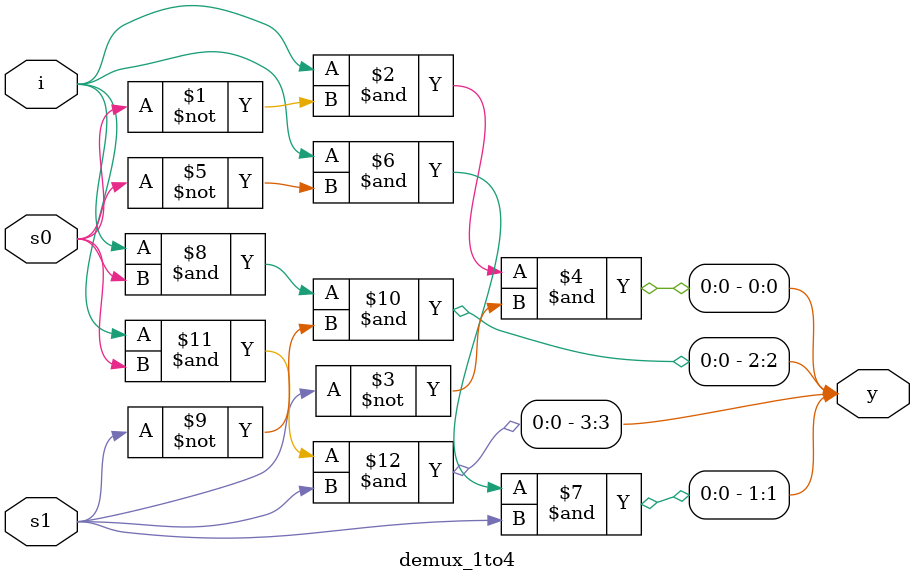
<source format=v>
`timescale 1ns / 1ps


module demux_1to4(
    input i,
    input s0,
    input s1,
    output [3:0] y
);
    assign y[0] = i & ~s0 & ~s1;
    assign y[1] = i & ~s0 &  s1;
    assign y[2] = i &  s0 & ~s1;
    assign y[3] = i &  s0 &  s1;

endmodule

</source>
